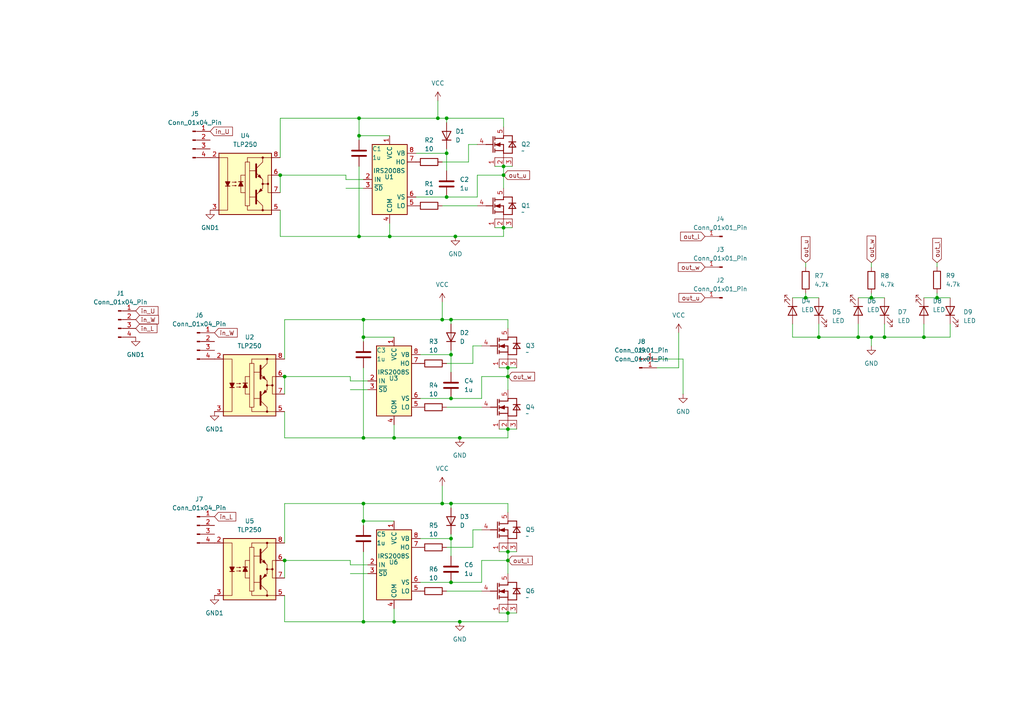
<source format=kicad_sch>
(kicad_sch (version 20250114) (generator "eeschema") (generator_version "9.0")
  (paper "A4")
  (lib_symbols
    (symbol "Connector:Conn_01x01_Pin" (pin_names (offset 1.016) (hide yes))
      (property "Reference" "J" (at 0 2.54 0))
      (property "Value" "Conn_01x01_Pin" (at 0 -2.54 0))
      (symbol "Conn_01x01_Pin_1_1"
        (rectangle (start 0.8636 0.127) (end 0 -0.127) (stroke (width 0.1524)) (fill (type outline)))
        (polyline (pts (xy 1.27 0) (xy 0.8636 0)) (stroke (width 0.1524)))
        (pin passive line (at 5.08 0 180) (length 3.81) (name "Pin_1") (number "1"))
      )
    )
    (symbol "Connector:Conn_01x04_Pin" (pin_names (offset 1.016) (hide yes))
      (property "Reference" "J" (at 0 5.08 0))
      (property "Value" "Conn_01x04_Pin" (at 0 -7.62 0))
      (symbol "Conn_01x04_Pin_1_1"
        (rectangle (start 0.8636 2.667) (end 0 2.413) (stroke (width 0.1524)) (fill (type outline)))
        (rectangle (start 0.8636 0.127) (end 0 -0.127) (stroke (width 0.1524)) (fill (type outline)))
        (rectangle (start 0.8636 -2.413) (end 0 -2.667) (stroke (width 0.1524)) (fill (type outline)))
        (rectangle (start 0.8636 -4.953) (end 0 -5.207) (stroke (width 0.1524)) (fill (type outline)))
        (polyline (pts (xy 1.27 2.54) (xy 0.8636 2.54)) (stroke (width 0.1524)))
        (polyline (pts (xy 1.27 0) (xy 0.8636 0)) (stroke (width 0.1524)))
        (polyline (pts (xy 1.27 -2.54) (xy 0.8636 -2.54)) (stroke (width 0.1524)))
        (polyline (pts (xy 1.27 -5.08) (xy 0.8636 -5.08)) (stroke (width 0.1524)))
        (pin passive line (at 5.08 2.54 180) (length 3.81) (name "Pin_1") (number "1"))
        (pin passive line (at 5.08 0 180) (length 3.81) (name "Pin_2") (number "2"))
        (pin passive line (at 5.08 -2.54 180) (length 3.81) (name "Pin_3") (number "3"))
        (pin passive line (at 5.08 -5.08 180) (length 3.81) (name "Pin_4") (number "4"))
      )
    )
    (symbol "Device:C" (pin_numbers (hide yes)) (pin_names (offset 0.254))
      (property "Reference" "C" (at 0.635 2.54 0))
      (property "Value" "C" (at 0.635 -2.54 0))
      (symbol "C_0_1"
        (polyline (pts (xy -2.032 0.762) (xy 2.032 0.762)) (stroke (width 0.508)))
        (polyline (pts (xy -2.032 -0.762) (xy 2.032 -0.762)) (stroke (width 0.508)))
      )
      (symbol "C_1_1"
        (pin passive line (at 0 3.81 270) (length 2.794) (name "~") (number "1"))
        (pin passive line (at 0 -3.81 90) (length 2.794) (name "~") (number "2"))
      )
    )
    (symbol "Device:D" (pin_numbers (hide yes)) (pin_names (offset 1.016) (hide yes))
      (property "Reference" "D" (at 0 2.54 0))
      (property "Value" "D" (at 0 -2.54 0))
      (symbol "D_0_1"
        (polyline (pts (xy -1.27 1.27) (xy -1.27 -1.27)) (stroke (width 0.254)))
        (polyline (pts (xy 1.27 1.27) (xy 1.27 -1.27) (xy -1.27 0) (xy 1.27 1.27)) (stroke (width 0.254)))
        (polyline (pts (xy 1.27 0) (xy -1.27 0)))
      )
      (symbol "D_1_1"
        (pin passive line (at -3.81 0 0) (length 2.54) (name "K") (number "1"))
        (pin passive line (at 3.81 0 180) (length 2.54) (name "A") (number "2"))
      )
    )
    (symbol "Device:LED" (pin_numbers (hide yes)) (pin_names (offset 1.016) (hide yes))
      (property "Reference" "D" (at 0 2.54 0))
      (property "Value" "LED" (at 0 -2.54 0))
      (symbol "LED_0_1"
        (polyline (pts (xy -3.048 -0.762) (xy -4.572 -2.286) (xy -3.81 -2.286) (xy -4.572 -2.286) (xy -4.572 -1.524)))
        (polyline (pts (xy -1.778 -0.762) (xy -3.302 -2.286) (xy -2.54 -2.286) (xy -3.302 -2.286) (xy -3.302 -1.524)))
        (polyline (pts (xy -1.27 0) (xy 1.27 0)))
        (polyline (pts (xy -1.27 -1.27) (xy -1.27 1.27)) (stroke (width 0.254)))
        (polyline (pts (xy 1.27 -1.27) (xy 1.27 1.27) (xy -1.27 0) (xy 1.27 -1.27)) (stroke (width 0.254)))
      )
      (symbol "LED_1_1"
        (pin passive line (at -3.81 0 0) (length 2.54) (name "K") (number "1"))
        (pin passive line (at 3.81 0 180) (length 2.54) (name "A") (number "2"))
      )
    )
    (symbol "Device:R" (pin_numbers (hide yes)) (pin_names (offset 0))
      (property "Reference" "R" (at 2.032 0 90))
      (property "Value" "R" (at 0 0 90))
      (symbol "R_0_1"
        (rectangle (start -1.016 -2.54) (end 1.016 2.54) (stroke (width 0.254)))
      )
      (symbol "R_1_1"
        (pin passive line (at 0 3.81 270) (length 1.27) (name "~") (number "1"))
        (pin passive line (at 0 -3.81 90) (length 1.27) (name "~") (number "2"))
      )
    )
    (symbol "Driver_FET:IRS2008S"
      (property "Reference" "U" (at 1.27 13.335 0))
      (property "Value" "IRS2008S" (at 1.27 11.43 0))
      (symbol "IRS2008S_0_1"
        (rectangle (start -5.08 -10.16) (end 5.08 10.16) (stroke (width 0.254)) (fill (type background)))
      )
      (symbol "IRS2008S_1_1"
        (pin input line (at -7.62 0 0) (length 2.54) (name "IN") (number "2"))
        (pin input line (at -7.62 -2.54 0) (length 2.54) (name "~{SD}") (number "3"))
        (pin power_in line (at 0 12.7 270) (length 2.54) (name "VCC") (number "1"))
        (pin power_in line (at 0 -12.7 90) (length 2.54) (name "COM") (number "4"))
        (pin passive line (at 7.62 7.62 180) (length 2.54) (name "VB") (number "8"))
        (pin output line (at 7.62 5.08 180) (length 2.54) (name "HO") (number "7"))
        (pin passive line (at 7.62 -5.08 180) (length 2.54) (name "VS") (number "6"))
        (pin output line (at 7.62 -7.62 180) (length 2.54) (name "LO") (number "5"))
      )
    )
    (symbol "Driver_FET:TLP250" (pin_names (hide yes))
      (property "Reference" "U" (at 0 12.7 0))
      (property "Value" "TLP250" (at 0 10.16 0))
      (symbol "TLP250_0_1"
        (rectangle (start -7.62 8.89) (end 7.62 -8.89) (stroke (width 0.254)) (fill (type background)))
        (polyline (pts (xy -7.62 7.62) (xy -5.08 7.62) (xy -5.08 -7.62) (xy -7.62 -7.62)))
        (polyline (pts (xy -5.715 -0.635) (xy -4.445 -0.635)) (stroke (width 0.254)))
        (polyline (pts (xy -5.08 -0.635) (xy -5.715 0.635) (xy -4.445 0.635) (xy -5.08 -0.635)) (stroke (width 0.254)) (fill (type outline)))
        (polyline (pts (xy -3.81 0.508) (xy -2.54 0.508) (xy -2.921 0.381) (xy -2.921 0.635) (xy -2.54 0.508)))
        (polyline (pts (xy -3.81 -0.508) (xy -2.54 -0.508) (xy -2.921 -0.635) (xy -2.921 -0.381) (xy -2.54 -0.508)))
        (polyline (pts (xy -1.27 0.635) (xy -1.27 2.54) (xy 0 2.54)))
        (polyline (pts (xy -1.27 0.635) (xy -0.635 -0.635) (xy -1.905 -0.635) (xy -1.27 0.635)) (stroke (width 0.254)) (fill (type outline)))
        (polyline (pts (xy -1.27 -0.635) (xy -1.27 -2.54) (xy 0 -2.54)))
        (polyline (pts (xy -0.635 0.635) (xy -1.905 0.635)) (stroke (width 0.254)))
        (rectangle (start 0.635 6.35) (end 0.635 7.62))
        (rectangle (start 0.635 6.35) (end 0.635 6.35))
        (polyline (pts (xy 0.635 -6.35) (xy 0.635 -7.62) (xy 7.62 -7.62)))
        (polyline (pts (xy 1.27 6.35) (xy 1.27 -6.35) (xy 0 -6.35) (xy 0 6.35) (xy 1.27 6.35)))
        (polyline (pts (xy 3.048 3.81) (xy 1.27 3.81)))
        (polyline (pts (xy 3.048 -3.81) (xy 1.27 -3.81)))
        (polyline (pts (xy 3.175 5.715) (xy 3.175 1.905) (xy 3.175 1.905)) (stroke (width 0.508)))
        (polyline (pts (xy 3.175 4.445) (xy 5.08 6.35)))
        (polyline (pts (xy 3.175 -4.445) (xy 5.08 -6.35)))
        (polyline (pts (xy 3.175 -5.715) (xy 3.175 -1.905) (xy 3.175 -1.905)) (stroke (width 0.508)))
        (polyline (pts (xy 3.683 2.159) (xy 4.191 2.667) (xy 4.699 1.651) (xy 3.683 2.159) (xy 3.683 2.159)) (fill (type outline)))
        (polyline (pts (xy 4.953 -1.905) (xy 4.445 -1.397) (xy 3.937 -2.413) (xy 4.953 -1.905) (xy 4.953 -1.905)) (fill (type outline)))
        (circle (center 5.08 7.62) (radius 0.254) (fill (type outline)))
        (polyline (pts (xy 5.08 6.35) (xy 5.08 7.62)))
        (polyline (pts (xy 5.08 1.27) (xy 3.175 3.175)) (fill (type outline)))
        (rectangle (start 5.08 1.27) (end 5.08 -1.27))
        (polyline (pts (xy 5.08 0) (xy 6.604 0)))
        (circle (center 5.08 0) (radius 0.254) (fill (type outline)))
        (polyline (pts (xy 5.08 -1.27) (xy 3.175 -3.175)) (fill (type outline)))
        (polyline (pts (xy 5.08 -6.35) (xy 5.08 -7.62)))
        (circle (center 5.08 -7.62) (radius 0.254) (fill (type outline)))
        (circle (center 6.604 0) (radius 0.254) (fill (type outline)))
        (polyline (pts (xy 7.62 7.62) (xy 0.635 7.62)))
        (polyline (pts (xy 7.62 2.54) (xy 6.604 2.54) (xy 6.604 -2.54) (xy 7.62 -2.54)))
      )
      (symbol "TLP250_1_1"
        (pin passive line (at -10.16 7.62 0) (length 2.54) (name "A") (number "2"))
        (pin passive line (at -10.16 -7.62 0) (length 2.54) (name "C") (number "3"))
        (pin no_connect line (at -7.62 2.54 0) (length 2.54) (hide yes) (name "NC") (number "1"))
        (pin no_connect line (at -7.62 -2.54 0) (length 2.54) (hide yes) (name "NC") (number "4"))
        (pin power_in line (at 10.16 7.62 180) (length 2.54) (name "VCC") (number "8"))
        (pin output line (at 10.16 2.54 180) (length 2.54) (name "VO") (number "6"))
        (pin output line (at 10.16 -2.54 180) (length 2.54) (name "VO") (number "7"))
        (pin power_in line (at 10.16 -7.62 180) (length 2.54) (name "VEE") (number "5"))
      )
    )
    (symbol "jisaku:RS6L120BGTB1"
      (property "Reference" "Q" (at 0 0 0))
      (symbol "RS6L120BGTB1_0_1"
        (polyline (pts (xy 0 -3.81) (xy 0 -2.54)))
        (polyline (pts (xy 2.54 -3.81) (xy -2.54 -3.81)))
      )
      (symbol "RS6L120BGTB1_1_0"
        (polyline (pts (xy -5.08 0) (xy -3.048 0)) (stroke (width 0.254)))
        (polyline (pts (xy -3.048 2.286) (xy -3.048 -2.286)) (stroke (width 0.254)))
        (polyline (pts (xy -2.54 2.286) (xy -2.54 1.27)) (stroke (width 0.254)))
        (polyline (pts (xy -2.54 0) (xy -1.016 -0.508) (xy -1.016 0.508)) (stroke (width 0.254)) (fill (type outline)))
        (polyline (pts (xy -2.54 -0.508) (xy -2.54 0.508)) (stroke (width 0.254)))
        (polyline (pts (xy -2.54 -2.286) (xy -2.54 -1.27)) (stroke (width 0.254)))
        (polyline (pts (xy 0 2.54) (xy 2.54 2.54)) (stroke (width 0.254)))
        (polyline (pts (xy 0 1.778) (xy -2.54 1.778)) (stroke (width 0.254)))
        (polyline (pts (xy 0 1.778) (xy 0 2.54)) (stroke (width 0.254)))
        (polyline (pts (xy 0 0) (xy -2.54 0)) (stroke (width 0.254)))
        (polyline (pts (xy 0 0) (xy 0 -2.54)) (stroke (width 0.254)))
        (polyline (pts (xy 0 -1.778) (xy -2.54 -1.778)) (stroke (width 0.254)))
        (polyline (pts (xy 0 -2.54) (xy 2.54 -2.54)) (stroke (width 0.254)))
        (polyline (pts (xy 1.524 0.762) (xy 3.556 0.762)) (stroke (width 0.254)))
        (polyline (pts (xy 1.524 -0.762) (xy 3.556 -0.762)) (stroke (width 0.254)))
        (polyline (pts (xy 2.54 2.54) (xy 2.54 -2.54)) (stroke (width 0.254)))
        (polyline (pts (xy 2.54 0.762) (xy 1.524 -0.762)) (stroke (width 0.254)))
        (polyline (pts (xy 3.556 -0.762) (xy 2.54 0.762)) (stroke (width 0.254)))
        (pin passive line (at -7.62 0 0) (length 2.54) (name "GATE") (number "4"))
        (pin passive line (at -2.54 -6.35 90) (length 2.54) (name "DRAIN") (number "1"))
        (pin passive line (at 0 5.08 270) (length 2.54) (name "DRAIN") (number "5"))
        (pin passive line (at 0 -6.35 90) (length 2.54) (name "DRAIN") (number "2"))
        (pin passive line (at 2.54 -6.35 90) (length 2.54) (name "DRAIN") (number "3"))
      )
    )
    (symbol "power:GND" (power) (pin_numbers (hide yes)) (pin_names (offset 0) (hide yes))
      (property "Value" "GND" (at 0 -3.81 0))
      (symbol "GND_0_1"
        (polyline (pts (xy 0 0) (xy 0 -1.27) (xy 1.27 -1.27) (xy 0 -2.54) (xy -1.27 -1.27) (xy 0 -1.27)))
      )
      (symbol "GND_1_1"
        (pin power_in line (at 0 0 270) (length 0) (name "~") (number "1"))
      )
    )
    (symbol "power:GND1" (power) (pin_numbers (hide yes)) (pin_names (offset 0) (hide yes))
      (property "Value" "GND1" (at 0 -3.81 0))
      (symbol "GND1_0_1"
        (polyline (pts (xy 0 0) (xy 0 -1.27) (xy 1.27 -1.27) (xy 0 -2.54) (xy -1.27 -1.27) (xy 0 -1.27)))
      )
      (symbol "GND1_1_1"
        (pin power_in line (at 0 0 270) (length 0) (name "~") (number "1"))
      )
    )
    (symbol "power:VCC" (power) (pin_numbers (hide yes)) (pin_names (offset 0) (hide yes))
      (property "Value" "VCC" (at 0 3.556 0))
      (symbol "VCC_0_1"
        (polyline (pts (xy -0.762 1.27) (xy 0 2.54)))
        (polyline (pts (xy 0 2.54) (xy 0.762 1.27)))
        (polyline (pts (xy 0 0) (xy 0 2.54)))
      )
      (symbol "VCC_1_1"
        (pin power_in line (at 0 0 90) (length 0) (name "~") (number "1"))
      )
    )
  )
  (junction (at 130.81 168.91))
  (junction (at 82.55 109.22))
  (junction (at 104.14 68.58))
  (junction (at 105.41 151.13))
  (junction (at 146.05 48.26))
  (junction (at 267.97 97.79))
  (junction (at 271.78 86.36))
  (junction (at 252.73 97.79))
  (junction (at 105.41 127))
  (junction (at 146.05 50.8))
  (junction (at 147.32 109.22))
  (junction (at 114.3 180.34))
  (junction (at 105.41 97.79))
  (junction (at 256.54 97.79))
  (junction (at 147.32 160.02))
  (junction (at 147.32 162.56))
  (junction (at 130.81 146.05))
  (junction (at 133.35 127))
  (junction (at 104.14 39.37))
  (junction (at 82.55 162.56))
  (junction (at 105.41 180.34))
  (junction (at 113.03 68.58))
  (junction (at 252.73 86.36))
  (junction (at 128.27 146.05))
  (junction (at 133.35 180.34))
  (junction (at 147.32 106.68))
  (junction (at 147.32 177.8))
  (junction (at 147.32 124.46))
  (junction (at 233.68 86.36))
  (junction (at 132.08 68.58))
  (junction (at 105.41 92.71))
  (junction (at 127 34.29))
  (junction (at 130.81 115.57))
  (junction (at 146.05 66.04))
  (junction (at 104.14 34.29))
  (junction (at 130.81 156.21))
  (junction (at 114.3 127))
  (junction (at 129.54 44.45))
  (junction (at 129.54 34.29))
  (junction (at 105.41 146.05))
  (junction (at 81.28 50.8))
  (junction (at 128.27 92.71))
  (junction (at 130.81 102.87))
  (junction (at 130.81 92.71))
  (junction (at 129.54 57.15))
  (junction (at 237.49 97.79))
  (junction (at 248.92 97.79))
  (wire (pts (xy 252.73 86.36) (xy 256.54 86.36)))
  (wire (pts (xy 147.32 124.46) (xy 147.32 127)))
  (wire (pts (xy 252.73 76.2) (xy 252.73 77.47)))
  (wire (pts (xy 147.32 177.8) (xy 149.86 177.8)))
  (wire (pts (xy 104.14 39.37) (xy 113.03 39.37)))
  (wire (pts (xy 137.16 153.67) (xy 139.7 153.67)))
  (wire (pts (xy 127 34.29) (xy 129.54 34.29)))
  (wire (pts (xy 101.6 110.49) (xy 106.68 110.49)))
  (wire (pts (xy 82.55 162.56) (xy 82.55 167.64)))
  (wire (pts (xy 104.14 34.29) (xy 127 34.29)))
  (wire (pts (xy 252.73 85.09) (xy 252.73 86.36)))
  (wire (pts (xy 147.32 160.02) (xy 147.32 162.56)))
  (wire (pts (xy 252.73 97.79) (xy 252.73 100.33)))
  (wire (pts (xy 144.78 106.68) (xy 147.32 106.68)))
  (wire (pts (xy 275.59 93.98) (xy 275.59 97.79)))
  (wire (pts (xy 130.81 156.21) (xy 130.81 161.29)))
  (wire (pts (xy 237.49 97.79) (xy 248.92 97.79)))
  (wire (pts (xy 130.81 147.32) (xy 130.81 146.05)))
  (wire (pts (xy 129.54 34.29) (xy 146.05 34.29)))
  (wire (pts (xy 271.78 86.36) (xy 275.59 86.36)))
  (wire (pts (xy 81.28 50.8) (xy 100.33 50.8)))
  (wire (pts (xy 105.41 180.34) (xy 114.3 180.34)))
  (wire (pts (xy 128.27 92.71) (xy 128.27 87.63)))
  (wire (pts (xy 104.14 68.58) (xy 113.03 68.58)))
  (wire (pts (xy 129.54 158.75) (xy 137.16 158.75)))
  (wire (pts (xy 128.27 92.71) (xy 130.81 92.71)))
  (wire (pts (xy 82.55 104.14) (xy 82.55 92.71)))
  (wire (pts (xy 100.33 52.07) (xy 105.41 52.07)))
  (wire (pts (xy 82.55 146.05) (xy 105.41 146.05)))
  (wire (pts (xy 144.78 160.02) (xy 147.32 160.02)))
  (wire (pts (xy 139.7 115.57) (xy 139.7 109.22)))
  (wire (pts (xy 146.05 68.58) (xy 132.08 68.58)))
  (wire (pts (xy 233.68 86.36) (xy 237.49 86.36)))
  (wire (pts (xy 190.5 104.14) (xy 198.12 104.14)))
  (wire (pts (xy 81.28 60.96) (xy 81.28 68.58)))
  (wire (pts (xy 100.33 54.61) (xy 105.41 54.61)))
  (wire (pts (xy 267.97 93.98) (xy 267.97 97.79)))
  (wire (pts (xy 137.16 100.33) (xy 137.16 105.41)))
  (wire (pts (xy 81.28 34.29) (xy 104.14 34.29)))
  (wire (pts (xy 147.32 106.68) (xy 149.86 106.68)))
  (wire (pts (xy 137.16 100.33) (xy 139.7 100.33)))
  (wire (pts (xy 105.41 97.79) (xy 105.41 99.06)))
  (wire (pts (xy 147.32 177.8) (xy 147.32 180.34)))
  (wire (pts (xy 104.14 39.37) (xy 104.14 40.64)))
  (wire (pts (xy 82.55 180.34) (xy 105.41 180.34)))
  (wire (pts (xy 81.28 68.58) (xy 104.14 68.58)))
  (wire (pts (xy 105.41 97.79) (xy 105.41 92.71)))
  (wire (pts (xy 128.27 46.99) (xy 135.89 46.99)))
  (wire (pts (xy 271.78 85.0192) (xy 271.78 86.36)))
  (wire (pts (xy 130.81 154.94) (xy 130.81 156.21)))
  (wire (pts (xy 105.41 151.13) (xy 105.41 146.05)))
  (wire (pts (xy 138.43 57.15) (xy 138.43 50.8)))
  (wire (pts (xy 114.3 127) (xy 114.3 123.19)))
  (wire (pts (xy 129.54 57.15) (xy 138.43 57.15)))
  (wire (pts (xy 105.41 160.02) (xy 105.41 180.34)))
  (wire (pts (xy 105.41 151.13) (xy 114.3 151.13)))
  (wire (pts (xy 133.35 127) (xy 114.3 127)))
  (wire (pts (xy 248.92 93.98) (xy 248.92 97.79)))
  (wire (pts (xy 130.81 115.57) (xy 139.7 115.57)))
  (wire (pts (xy 139.7 168.91) (xy 139.7 162.56)))
  (wire (pts (xy 248.92 97.79) (xy 252.73 97.79)))
  (wire (pts (xy 105.41 146.05) (xy 128.27 146.05)))
  (wire (pts (xy 128.27 146.05) (xy 128.27 140.97)))
  (wire (pts (xy 147.32 127) (xy 133.35 127)))
  (wire (pts (xy 121.92 102.87) (xy 130.81 102.87)))
  (wire (pts (xy 144.78 177.8) (xy 147.32 177.8)))
  (wire (pts (xy 132.08 68.58) (xy 113.03 68.58)))
  (wire (pts (xy 147.32 109.22) (xy 147.32 113.03)))
  (wire (pts (xy 127 34.29) (xy 127 29.21)))
  (wire (pts (xy 138.43 50.8) (xy 146.05 50.8)))
  (wire (pts (xy 146.05 48.26) (xy 148.59 48.26)))
  (wire (pts (xy 128.27 146.05) (xy 130.81 146.05)))
  (wire (pts (xy 81.28 50.8) (xy 81.28 55.88)))
  (wire (pts (xy 101.6 166.37) (xy 106.68 166.37)))
  (wire (pts (xy 137.16 153.67) (xy 137.16 158.75)))
  (wire (pts (xy 129.54 171.45) (xy 139.7 171.45)))
  (wire (pts (xy 233.68 76.2) (xy 233.68 77.47)))
  (wire (pts (xy 100.33 50.8) (xy 100.33 52.07)))
  (wire (pts (xy 129.54 44.45) (xy 129.54 49.53)))
  (wire (pts (xy 267.97 86.36) (xy 271.78 86.36)))
  (wire (pts (xy 146.05 48.26) (xy 146.05 50.8)))
  (wire (pts (xy 143.51 48.26) (xy 146.05 48.26)))
  (wire (pts (xy 104.14 39.37) (xy 104.14 34.29)))
  (wire (pts (xy 146.05 34.29) (xy 146.05 36.83)))
  (wire (pts (xy 139.7 109.22) (xy 147.32 109.22)))
  (wire (pts (xy 82.55 109.22) (xy 101.6 109.22)))
  (wire (pts (xy 198.12 104.14) (xy 198.12 114.3)))
  (wire (pts (xy 233.68 85.09) (xy 233.68 86.36)))
  (wire (pts (xy 113.03 68.58) (xy 113.03 64.77)))
  (wire (pts (xy 129.54 105.41) (xy 137.16 105.41)))
  (wire (pts (xy 147.32 92.71) (xy 147.32 95.25)))
  (wire (pts (xy 147.32 146.05) (xy 147.32 148.59)))
  (wire (pts (xy 256.54 97.79) (xy 252.73 97.79)))
  (wire (pts (xy 144.78 124.46) (xy 147.32 124.46)))
  (wire (pts (xy 121.92 115.57) (xy 130.81 115.57)))
  (wire (pts (xy 135.89 41.91) (xy 135.89 46.99)))
  (wire (pts (xy 271.78 76.2) (xy 271.78 77.3992)))
  (wire (pts (xy 101.6 109.22) (xy 101.6 110.49)))
  (wire (pts (xy 275.59 97.79) (xy 267.97 97.79)))
  (wire (pts (xy 101.6 162.56) (xy 101.6 163.83)))
  (wire (pts (xy 130.81 168.91) (xy 139.7 168.91)))
  (wire (pts (xy 146.05 50.8) (xy 146.05 54.61)))
  (wire (pts (xy 105.41 97.79) (xy 114.3 97.79)))
  (wire (pts (xy 104.14 48.26) (xy 104.14 68.58)))
  (wire (pts (xy 133.35 180.34) (xy 114.3 180.34)))
  (wire (pts (xy 267.97 97.79) (xy 256.54 97.79)))
  (wire (pts (xy 101.6 113.03) (xy 106.68 113.03)))
  (wire (pts (xy 129.54 35.56) (xy 129.54 34.29)))
  (wire (pts (xy 81.28 45.72) (xy 81.28 34.29)))
  (wire (pts (xy 82.55 162.56) (xy 101.6 162.56)))
  (wire (pts (xy 82.55 119.38) (xy 82.55 127)))
  (wire (pts (xy 229.87 93.98) (xy 229.87 97.79)))
  (wire (pts (xy 146.05 66.04) (xy 146.05 68.58)))
  (wire (pts (xy 130.81 102.87) (xy 130.81 107.95)))
  (wire (pts (xy 128.27 59.69) (xy 138.43 59.69)))
  (wire (pts (xy 135.89 41.91) (xy 138.43 41.91)))
  (wire (pts (xy 196.85 96.52) (xy 196.85 106.68)))
  (wire (pts (xy 105.41 106.68) (xy 105.41 127)))
  (wire (pts (xy 190.5 106.68) (xy 196.85 106.68)))
  (wire (pts (xy 101.6 163.83) (xy 106.68 163.83)))
  (wire (pts (xy 114.3 180.34) (xy 114.3 176.53)))
  (wire (pts (xy 105.41 151.13) (xy 105.41 152.4)))
  (wire (pts (xy 82.55 172.72) (xy 82.55 180.34)))
  (wire (pts (xy 82.55 127) (xy 105.41 127)))
  (wire (pts (xy 237.49 93.98) (xy 237.49 97.79)))
  (wire (pts (xy 120.65 44.45) (xy 129.54 44.45)))
  (wire (pts (xy 248.92 86.36) (xy 252.73 86.36)))
  (wire (pts (xy 130.81 92.71) (xy 147.32 92.71)))
  (wire (pts (xy 147.32 162.56) (xy 147.32 166.37)))
  (wire (pts (xy 147.32 160.02) (xy 149.86 160.02)))
  (wire (pts (xy 129.54 118.11) (xy 139.7 118.11)))
  (wire (pts (xy 139.7 162.56) (xy 147.32 162.56)))
  (wire (pts (xy 147.32 106.68) (xy 147.32 109.22)))
  (wire (pts (xy 120.65 57.15) (xy 129.54 57.15)))
  (wire (pts (xy 129.54 43.18) (xy 129.54 44.45)))
  (wire (pts (xy 130.81 101.6) (xy 130.81 102.87)))
  (wire (pts (xy 256.54 93.98) (xy 256.54 97.79)))
  (wire (pts (xy 229.87 97.79) (xy 237.49 97.79)))
  (wire (pts (xy 143.51 66.04) (xy 146.05 66.04)))
  (wire (pts (xy 121.92 168.91) (xy 130.81 168.91)))
  (wire (pts (xy 82.55 157.48) (xy 82.55 146.05)))
  (wire (pts (xy 130.81 93.98) (xy 130.81 92.71)))
  (wire (pts (xy 147.32 124.46) (xy 149.86 124.46)))
  (wire (pts (xy 82.55 92.71) (xy 105.41 92.71)))
  (wire (pts (xy 146.05 66.04) (xy 148.59 66.04)))
  (wire (pts (xy 229.87 86.36) (xy 233.68 86.36)))
  (wire (pts (xy 121.92 156.21) (xy 130.81 156.21)))
  (wire (pts (xy 147.32 180.34) (xy 133.35 180.34)))
  (wire (pts (xy 105.41 92.71) (xy 128.27 92.71)))
  (wire (pts (xy 82.55 109.22) (xy 82.55 114.3)))
  (wire (pts (xy 130.81 146.05) (xy 147.32 146.05)))
  (wire (pts (xy 105.41 127) (xy 114.3 127)))
  (global_label "in_U" (shape input) (at 39.37 90.17 0) (property "Intersheetrefs" "${INTERSHEET_REFS}" (effects (hide yes))))
  (global_label "out_u" (shape input) (at 204.47 86.36 180) (property "Intersheetrefs" "${INTERSHEET_REFS}" (effects (hide yes))))
  (global_label "in_U" (shape input) (at 60.96 38.1 0) (property "Intersheetrefs" "${INTERSHEET_REFS}" (effects (hide yes))))
  (global_label "out_l" (shape input) (at 147.32 162.56 0) (property "Intersheetrefs" "${INTERSHEET_REFS}" (effects (hide yes))))
  (global_label "out_u" (shape input) (at 146.05 50.8 0) (property "Intersheetrefs" "${INTERSHEET_REFS}" (effects (hide yes))))
  (global_label "in_L" (shape input) (at 62.23 149.86 0) (property "Intersheetrefs" "${INTERSHEET_REFS}" (effects (hide yes))))
  (global_label "in_L" (shape input) (at 39.37 95.25 0) (property "Intersheetrefs" "${INTERSHEET_REFS}" (effects (hide yes))))
  (global_label "out_w" (shape input) (at 147.32 109.22 0) (property "Intersheetrefs" "${INTERSHEET_REFS}" (effects (hide yes))))
  (global_label "out_l" (shape input) (at 204.47 68.58 180) (property "Intersheetrefs" "${INTERSHEET_REFS}" (effects (hide yes))))
  (global_label "out_w" (shape input) (at 204.47 77.47 180) (property "Intersheetrefs" "${INTERSHEET_REFS}" (effects (hide yes))))
  (global_label "in_W" (shape input) (at 39.37 92.71 0) (property "Intersheetrefs" "${INTERSHEET_REFS}" (effects (hide yes))))
  (global_label "out_u" (shape input) (at 233.68 76.2 90) (property "Intersheetrefs" "${INTERSHEET_REFS}" (effects (hide yes))))
  (global_label "in_W" (shape input) (at 62.23 96.52 0) (property "Intersheetrefs" "${INTERSHEET_REFS}" (effects (hide yes))))
  (global_label "out_w" (shape input) (at 252.73 76.2 90) (property "Intersheetrefs" "${INTERSHEET_REFS}" (effects (hide yes))))
  (global_label "out_l" (shape input) (at 271.78 76.2 90) (property "Intersheetrefs" "${INTERSHEET_REFS}" (effects (hide yes))))
  (symbol (lib_id "Device:LED") (at 267.97 90.17 270) (unit 1)
    (property "Reference" "D8" (at 270.51 87.3124 90) (effects (justify left)))
    (property "Value" "LED" (at 270.51 89.8524 90) (effects (justify left)))
    (property "Footprint" "LED_SMD:LED_0603_1608Metric" (effects (hide yes)))
    (property "Description" "Light emitting diode" (effects (hide yes)))
    (property "Sim.Pins" "1=K 2=A" (effects (hide yes)))
  )
  (symbol (lib_id "Connector:Conn_01x04_Pin") (at 34.29 92.71 0) (unit 1)
    (property "Reference" "J1" (at 34.925 85.09 0))
    (property "Value" "Conn_01x04_Pin" (at 34.925 87.63 0))
    (property "Footprint" "Connector_Molex:Molex_KK-254_AE-6410-04A_1x04_P2.54mm_Vertical" (effects (hide yes)))
    (property "Description" "Generic connector, single row, 01x04, script generated" (effects (hide yes)))
  )
  (symbol (lib_id "jisaku:RS6L120BGTB1") (at 146.05 59.69 0) (unit 1)
    (property "Reference" "Q1" (at 151.13 59.6264 0) (effects (justify left)))
    (property "Value" "~" (at 151.13 61.5315 0) (effects (justify left)))
    (property "Footprint" "jisaku:RS6L120BGTB1" (effects (hide yes)))
  )
  (symbol (lib_id "Device:C") (at 105.41 156.21 0) (unit 1)
    (property "Reference" "C5" (at 109.22 154.9399 0) (effects (justify left)))
    (property "Value" "1u" (at 109.22 157.4799 0) (effects (justify left)))
    (property "Footprint" "Capacitor_SMD:C_0603_1608Metric" (effects (hide yes)))
    (property "Description" "Unpolarized capacitor" (effects (hide yes)))
  )
  (symbol (lib_id "Device:C") (at 105.41 102.87 0) (unit 1)
    (property "Reference" "C3" (at 109.22 101.5999 0) (effects (justify left)))
    (property "Value" "1u" (at 109.22 104.1399 0) (effects (justify left)))
    (property "Footprint" "Capacitor_SMD:C_0603_1608Metric" (effects (hide yes)))
    (property "Description" "Unpolarized capacitor" (effects (hide yes)))
  )
  (symbol (lib_id "Connector:Conn_01x01_Pin") (at 209.55 68.58 180) (unit 1)
    (property "Reference" "J4" (at 208.915 63.5 0))
    (property "Value" "Conn_01x01_Pin" (at 208.915 66.04 0))
    (property "Footprint" "jisaku:bldc_connector" (effects (hide yes)))
    (property "Description" "Generic connector, single row, 01x01, script generated" (effects (hide yes)))
  )
  (symbol (lib_id "Device:R") (at 124.46 59.69 90) (unit 1)
    (property "Reference" "R1" (at 124.46 53.34 90))
    (property "Value" "10" (at 124.46 55.88 90))
    (property "Footprint" "Resistor_SMD:R_0603_1608Metric_Pad0.98x0.95mm_HandSolder" (effects (hide yes)))
    (property "Description" "Resistor" (effects (hide yes)))
  )
  (symbol (lib_id "Device:R") (at 125.73 105.41 90) (unit 1)
    (property "Reference" "R3" (at 125.73 99.06 90))
    (property "Value" "10" (at 125.73 101.6 90))
    (property "Footprint" "Resistor_SMD:R_0603_1608Metric_Pad0.98x0.95mm_HandSolder" (effects (hide yes)))
    (property "Description" "Resistor" (effects (hide yes)))
  )
  (symbol (lib_id "Device:R") (at 125.73 158.75 90) (unit 1)
    (property "Reference" "R5" (at 125.73 152.4 90))
    (property "Value" "10" (at 125.73 154.94 90))
    (property "Footprint" "Resistor_SMD:R_0603_1608Metric_Pad0.98x0.95mm_HandSolder" (effects (hide yes)))
    (property "Description" "Resistor" (effects (hide yes)))
  )
  (symbol (lib_id "Connector:Conn_01x01_Pin") (at 185.42 106.68 0) (unit 1)
    (property "Reference" "J9" (at 186.055 101.6 0))
    (property "Value" "Conn_01x01_Pin" (at 186.055 104.14 0))
    (property "Footprint" "jisaku:bldc_connector" (effects (hide yes)))
    (property "Description" "Generic connector, single row, 01x01, script generated" (effects (hide yes)))
  )
  (symbol (lib_id "Device:R") (at 125.73 118.11 90) (unit 1)
    (property "Reference" "R4" (at 125.73 111.76 90))
    (property "Value" "10" (at 125.73 114.3 90))
    (property "Footprint" "Resistor_SMD:R_0603_1608Metric_Pad0.98x0.95mm_HandSolder" (effects (hide yes)))
    (property "Description" "Resistor" (effects (hide yes)))
  )
  (symbol (lib_id "Device:LED") (at 248.92 90.17 270) (unit 1)
    (property "Reference" "D6" (at 251.46 87.3124 90) (effects (justify left)))
    (property "Value" "LED" (at 251.46 89.8524 90) (effects (justify left)))
    (property "Footprint" "LED_SMD:LED_0603_1608Metric" (effects (hide yes)))
    (property "Description" "Light emitting diode" (effects (hide yes)))
    (property "Sim.Pins" "1=K 2=A" (effects (hide yes)))
  )
  (symbol (lib_id "power:GND") (at 133.35 127 0) (unit 1)
    (property "Reference" "#PWR05" (effects (hide yes)))
    (property "Value" "GND" (at 133.35 132.08 0))
    (property "Description" "Power symbol creates a global label with name \"GND\" , ground" (effects (hide yes)))
  )
  (symbol (lib_id "Device:R") (at 271.78 81.2092 0) (unit 1)
    (property "Reference" "R9" (at 274.32 79.9391 0) (effects (justify left)))
    (property "Value" "4.7k" (at 274.32 82.4791 0) (effects (justify left)))
    (property "Footprint" "Resistor_SMD:R_0603_1608Metric_Pad0.98x0.95mm_HandSolder" (effects (hide yes)))
    (property "Description" "Resistor" (effects (hide yes)))
  )
  (symbol (lib_id "power:VCC") (at 128.27 87.63 0) (unit 1)
    (property "Reference" "#PWR04" (effects (hide yes)))
    (property "Value" "VCC" (at 128.27 82.55 0))
    (property "Description" "Power symbol creates a global label with name \"VCC\"" (effects (hide yes)))
  )
  (symbol (lib_id "Device:D") (at 129.54 39.37 90) (unit 1)
    (property "Reference" "D1" (at 132.08 38.0999 90) (effects (justify right)))
    (property "Value" "D" (at 132.08 40.6399 90) (effects (justify right)))
    (property "Footprint" "Diode_SMD:D_0603_1608Metric" (effects (hide yes)))
    (property "Description" "Diode" (effects (hide yes)))
    (property "Sim.Device" "D" (effects (hide yes)))
    (property "Sim.Pins" "1=K 2=A" (effects (hide yes)))
  )
  (symbol (lib_id "power:GND") (at 198.12 114.3 0) (unit 1)
    (property "Reference" "#PWR012" (effects (hide yes)))
    (property "Value" "GND" (at 198.12 119.38 0))
    (property "Description" "Power symbol creates a global label with name \"GND\" , ground" (effects (hide yes)))
  )
  (symbol (lib_id "Device:D") (at 130.81 151.13 90) (unit 1)
    (property "Reference" "D3" (at 133.35 149.8599 90) (effects (justify right)))
    (property "Value" "D" (at 133.35 152.3999 90) (effects (justify right)))
    (property "Footprint" "Diode_SMD:D_0603_1608Metric" (effects (hide yes)))
    (property "Description" "Diode" (effects (hide yes)))
    (property "Sim.Device" "D" (effects (hide yes)))
    (property "Sim.Pins" "1=K 2=A" (effects (hide yes)))
  )
  (symbol (lib_id "jisaku:RS6L120BGTB1") (at 147.32 118.11 0) (unit 1)
    (property "Reference" "Q4" (at 152.4 118.0464 0) (effects (justify left)))
    (property "Value" "~" (at 152.4 119.9515 0) (effects (justify left)))
    (property "Footprint" "jisaku:RS6L120BGTB1" (effects (hide yes)))
  )
  (symbol (lib_id "Device:R") (at 252.73 81.28 0) (unit 1)
    (property "Reference" "R8" (at 255.27 80.0099 0) (effects (justify left)))
    (property "Value" "4.7k" (at 255.27 82.5499 0) (effects (justify left)))
    (property "Footprint" "Resistor_SMD:R_0603_1608Metric_Pad0.98x0.95mm_HandSolder" (effects (hide yes)))
    (property "Description" "Resistor" (effects (hide yes)))
  )
  (symbol (lib_id "Driver_FET:IRS2008S") (at 114.3 163.83 0) (unit 1)
    (property "Reference" "U6" (at 112.776 163.068 0) (effects (justify left)))
    (property "Value" "IRS2008S" (at 109.474 161.29 0) (effects (justify left)))
    (property "Footprint" "Package_SO:SOIC-8_3.9x4.9mm_P1.27mm" (effects (hide yes)))
    (property "Datasheet" "https://www.infineon.com/dgdl/Infineon-IRS2008S-DS-v01_00-EN.pdf?fileId=5546d46259d9a4bf015a3e76b6361c1a" (effects (hide yes)))
    (property "Description" "200-V Half-Bridge Driver With Shutdown Input, 200V, 290/600mA, SOIC-8" (effects (hide yes)))
  )
  (symbol (lib_id "Connector:Conn_01x04_Pin") (at 55.88 40.64 0) (unit 1)
    (property "Reference" "J5" (at 56.515 33.02 0))
    (property "Value" "Conn_01x04_Pin" (at 56.515 35.56 0))
    (property "Footprint" "Connector_PinHeader_2.54mm:PinHeader_1x04_P2.54mm_Vertical" (effects (hide yes)))
    (property "Description" "Generic connector, single row, 01x04, script generated" (effects (hide yes)))
  )
  (symbol (lib_id "power:VCC") (at 128.27 140.97 0) (unit 1)
    (property "Reference" "#PWR07" (effects (hide yes)))
    (property "Value" "VCC" (at 128.27 135.89 0))
    (property "Description" "Power symbol creates a global label with name \"VCC\"" (effects (hide yes)))
  )
  (symbol (lib_id "jisaku:RS6L120BGTB1") (at 146.05 41.91 0) (unit 1)
    (property "Reference" "Q2" (at 151.13 41.8464 0) (effects (justify left)))
    (property "Value" "~" (at 151.13 43.7515 0) (effects (justify left)))
    (property "Footprint" "jisaku:RS6L120BGTB1" (effects (hide yes)))
  )
  (symbol (lib_id "Connector:Conn_01x01_Pin") (at 185.42 104.14 0) (unit 1)
    (property "Reference" "J8" (at 186.055 99.06 0))
    (property "Value" "Conn_01x01_Pin" (at 186.055 101.6 0))
    (property "Footprint" "jisaku:bldc_connector" (effects (hide yes)))
    (property "Description" "Generic connector, single row, 01x01, script generated" (effects (hide yes)))
  )
  (symbol (lib_id "Connector:Conn_01x04_Pin") (at 57.15 99.06 0) (unit 1)
    (property "Reference" "J6" (at 57.785 91.44 0))
    (property "Value" "Conn_01x04_Pin" (at 57.785 93.98 0))
    (property "Footprint" "Connector_PinHeader_2.54mm:PinHeader_1x04_P2.54mm_Vertical" (effects (hide yes)))
    (property "Description" "Generic connector, single row, 01x04, script generated" (effects (hide yes)))
  )
  (symbol (lib_id "power:GND") (at 133.35 180.34 0) (unit 1)
    (property "Reference" "#PWR09" (effects (hide yes)))
    (property "Value" "GND" (at 133.35 185.42 0))
    (property "Description" "Power symbol creates a global label with name \"GND\" , ground" (effects (hide yes)))
  )
  (symbol (lib_id "jisaku:RS6L120BGTB1") (at 147.32 100.33 0) (unit 1)
    (property "Reference" "Q3" (at 152.4 100.2664 0) (effects (justify left)))
    (property "Value" "~" (at 152.4 102.1715 0) (effects (justify left)))
    (property "Footprint" "jisaku:RS6L120BGTB1" (effects (hide yes)))
  )
  (symbol (lib_id "Device:LED") (at 275.59 90.17 90) (unit 1)
    (property "Reference" "D9" (at 279.4 90.4874 90) (effects (justify right)))
    (property "Value" "LED" (at 279.4 93.0274 90) (effects (justify right)))
    (property "Footprint" "LED_SMD:LED_0603_1608Metric" (effects (hide yes)))
    (property "Description" "Light emitting diode" (effects (hide yes)))
    (property "Sim.Pins" "1=K 2=A" (effects (hide yes)))
  )
  (symbol (lib_id "power:VCC") (at 127 29.21 0) (unit 1)
    (property "Reference" "#PWR02" (effects (hide yes)))
    (property "Value" "VCC" (at 127 24.13 0))
    (property "Description" "Power symbol creates a global label with name \"VCC\"" (effects (hide yes)))
  )
  (symbol (lib_id "Driver_FET:TLP250") (at 72.39 165.1 0) (unit 1)
    (property "Reference" "U5" (at 72.39 151.13 0))
    (property "Value" "TLP250" (at 72.39 153.67 0))
    (property "Footprint" "Package_DIP:DIP-8_W7.62mm" (effects (hide yes)))
    (property "Datasheet" "http://toshiba.semicon-storage.com/info/docget.jsp?did=16821&prodName=TLP250" (effects (hide yes)))
    (property "Description" "Gate Drive Optocoupler, Output Current 1.5/1.5A, DIP-8" (effects (hide yes)))
  )
  (symbol (lib_id "power:GND1") (at 62.23 119.38 0) (unit 1)
    (property "Reference" "#PWR03" (effects (hide yes)))
    (property "Value" "GND1" (at 62.23 124.46 0))
    (property "Description" "Power symbol creates a global label with name \"GND1\" , ground" (effects (hide yes)))
  )
  (symbol (lib_id "Device:D") (at 130.81 97.79 90) (unit 1)
    (property "Reference" "D2" (at 133.35 96.5199 90) (effects (justify right)))
    (property "Value" "D" (at 133.35 99.0599 90) (effects (justify right)))
    (property "Footprint" "Diode_SMD:D_0603_1608Metric" (effects (hide yes)))
    (property "Description" "Diode" (effects (hide yes)))
    (property "Sim.Device" "D" (effects (hide yes)))
    (property "Sim.Pins" "1=K 2=A" (effects (hide yes)))
  )
  (symbol (lib_id "Device:C") (at 104.14 44.45 0) (unit 1)
    (property "Reference" "C1" (at 107.95 43.1799 0) (effects (justify left)))
    (property "Value" "1u" (at 107.95 45.7199 0) (effects (justify left)))
    (property "Footprint" "Capacitor_SMD:C_0603_1608Metric" (effects (hide yes)))
    (property "Description" "Unpolarized capacitor" (effects (hide yes)))
  )
  (symbol (lib_id "Driver_FET:TLP250") (at 72.39 111.76 0) (unit 1)
    (property "Reference" "U2" (at 72.39 97.79 0))
    (property "Value" "TLP250" (at 72.39 100.33 0))
    (property "Footprint" "Package_DIP:DIP-8_W7.62mm" (effects (hide yes)))
    (property "Datasheet" "http://toshiba.semicon-storage.com/info/docget.jsp?did=16821&prodName=TLP250" (effects (hide yes)))
    (property "Description" "Gate Drive Optocoupler, Output Current 1.5/1.5A, DIP-8" (effects (hide yes)))
  )
  (symbol (lib_id "jisaku:RS6L120BGTB1") (at 147.32 153.67 0) (unit 1)
    (property "Reference" "Q5" (at 152.4 153.6064 0) (effects (justify left)))
    (property "Value" "~" (at 152.4 155.5115 0) (effects (justify left)))
    (property "Footprint" "jisaku:RS6L120BGTB1" (effects (hide yes)))
  )
  (symbol (lib_id "Device:R") (at 233.68 81.28 0) (unit 1)
    (property "Reference" "R7" (at 236.22 80.0099 0) (effects (justify left)))
    (property "Value" "4.7k" (at 236.22 82.5499 0) (effects (justify left)))
    (property "Footprint" "Resistor_SMD:R_0603_1608Metric_Pad0.98x0.95mm_HandSolder" (effects (hide yes)))
    (property "Description" "Resistor" (effects (hide yes)))
  )
  (symbol (lib_id "Device:R") (at 124.46 46.99 90) (unit 1)
    (property "Reference" "R2" (at 124.46 40.64 90))
    (property "Value" "10" (at 124.46 43.18 90))
    (property "Footprint" "Resistor_SMD:R_0603_1608Metric_Pad0.98x0.95mm_HandSolder" (effects (hide yes)))
    (property "Description" "Resistor" (effects (hide yes)))
  )
  (symbol (lib_id "Connector:Conn_01x04_Pin") (at 57.15 152.4 0) (unit 1)
    (property "Reference" "J7" (at 57.785 144.78 0))
    (property "Value" "Conn_01x04_Pin" (at 57.785 147.32 0))
    (property "Footprint" "Connector_PinHeader_2.54mm:PinHeader_1x04_P2.54mm_Vertical" (effects (hide yes)))
    (property "Description" "Generic connector, single row, 01x04, script generated" (effects (hide yes)))
  )
  (symbol (lib_id "power:GND1") (at 39.37 97.79 0) (unit 1)
    (property "Reference" "#PWR08" (effects (hide yes)))
    (property "Value" "GND1" (at 39.37 102.87 0))
    (property "Description" "Power symbol creates a global label with name \"GND1\" , ground" (effects (hide yes)))
  )
  (symbol (lib_id "Connector:Conn_01x01_Pin") (at 209.55 86.36 180) (unit 1)
    (property "Reference" "J2" (at 208.915 81.28 0))
    (property "Value" "Conn_01x01_Pin" (at 208.915 83.82 0))
    (property "Footprint" "jisaku:bldc_connector" (effects (hide yes)))
    (property "Description" "Generic connector, single row, 01x01, script generated" (effects (hide yes)))
  )
  (symbol (lib_id "Device:C") (at 130.81 111.76 0) (unit 1)
    (property "Reference" "C4" (at 134.62 110.4899 0) (effects (justify left)))
    (property "Value" "1u" (at 134.62 113.0299 0) (effects (justify left)))
    (property "Footprint" "Capacitor_SMD:C_0603_1608Metric" (effects (hide yes)))
    (property "Description" "Unpolarized capacitor" (effects (hide yes)))
  )
  (symbol (lib_id "power:VCC") (at 196.85 96.52 0) (unit 1)
    (property "Reference" "#PWR011" (effects (hide yes)))
    (property "Value" "VCC" (at 196.85 91.44 0))
    (property "Description" "Power symbol creates a global label with name \"VCC\"" (effects (hide yes)))
  )
  (symbol (lib_id "Device:LED") (at 256.54 90.17 90) (unit 1)
    (property "Reference" "D7" (at 260.35 90.4874 90) (effects (justify right)))
    (property "Value" "LED" (at 260.35 93.0274 90) (effects (justify right)))
    (property "Footprint" "LED_SMD:LED_0603_1608Metric" (effects (hide yes)))
    (property "Description" "Light emitting diode" (effects (hide yes)))
    (property "Sim.Pins" "1=K 2=A" (effects (hide yes)))
  )
  (symbol (lib_id "Connector:Conn_01x01_Pin") (at 209.55 77.47 180) (unit 1)
    (property "Reference" "J3" (at 208.915 72.39 0))
    (property "Value" "Conn_01x01_Pin" (at 208.915 74.93 0))
    (property "Footprint" "jisaku:bldc_connector" (effects (hide yes)))
    (property "Description" "Generic connector, single row, 01x01, script generated" (effects (hide yes)))
  )
  (symbol (lib_id "Device:C") (at 130.81 165.1 0) (unit 1)
    (property "Reference" "C6" (at 134.62 163.8299 0) (effects (justify left)))
    (property "Value" "1u" (at 134.62 166.3699 0) (effects (justify left)))
    (property "Footprint" "Capacitor_SMD:C_0603_1608Metric" (effects (hide yes)))
    (property "Description" "Unpolarized capacitor" (effects (hide yes)))
  )
  (symbol (lib_id "Device:R") (at 125.73 171.45 90) (unit 1)
    (property "Reference" "R6" (at 125.73 165.1 90))
    (property "Value" "10" (at 125.73 167.64 90))
    (property "Footprint" "Resistor_SMD:R_0603_1608Metric_Pad0.98x0.95mm_HandSolder" (effects (hide yes)))
    (property "Description" "Resistor" (effects (hide yes)))
  )
  (symbol (lib_id "power:GND1") (at 62.23 172.72 0) (unit 1)
    (property "Reference" "#PWR06" (effects (hide yes)))
    (property "Value" "GND1" (at 62.23 177.8 0))
    (property "Description" "Power symbol creates a global label with name \"GND1\" , ground" (effects (hide yes)))
  )
  (symbol (lib_id "Device:C") (at 129.54 53.34 0) (unit 1)
    (property "Reference" "C2" (at 133.35 52.0699 0) (effects (justify left)))
    (property "Value" "1u" (at 133.35 54.6099 0) (effects (justify left)))
    (property "Footprint" "Capacitor_SMD:C_0603_1608Metric" (effects (hide yes)))
    (property "Description" "Unpolarized capacitor" (effects (hide yes)))
  )
  (symbol (lib_id "Device:LED") (at 237.49 90.17 90) (unit 1)
    (property "Reference" "D5" (at 241.3 90.4874 90) (effects (justify right)))
    (property "Value" "LED" (at 241.3 93.0274 90) (effects (justify right)))
    (property "Footprint" "LED_SMD:LED_0603_1608Metric" (effects (hide yes)))
    (property "Description" "Light emitting diode" (effects (hide yes)))
    (property "Sim.Pins" "1=K 2=A" (effects (hide yes)))
  )
  (symbol (lib_id "power:GND") (at 252.73 100.33 0) (unit 1)
    (property "Reference" "#PWR013" (effects (hide yes)))
    (property "Value" "GND" (at 252.73 105.41 0))
    (property "Description" "Power symbol creates a global label with name \"GND\" , ground" (effects (hide yes)))
  )
  (symbol (lib_id "power:GND") (at 132.08 68.58 0) (unit 1)
    (property "Reference" "#PWR01" (effects (hide yes)))
    (property "Value" "GND" (at 132.08 73.66 0))
    (property "Description" "Power symbol creates a global label with name \"GND\" , ground" (effects (hide yes)))
  )
  (symbol (lib_id "Driver_FET:IRS2008S") (at 114.3 110.49 0) (unit 1)
    (property "Reference" "U3" (at 112.776 109.728 0) (effects (justify left)))
    (property "Value" "IRS2008S" (at 109.474 107.95 0) (effects (justify left)))
    (property "Footprint" "Package_SO:SOIC-8_3.9x4.9mm_P1.27mm" (effects (hide yes)))
    (property "Datasheet" "https://www.infineon.com/dgdl/Infineon-IRS2008S-DS-v01_00-EN.pdf?fileId=5546d46259d9a4bf015a3e76b6361c1a" (effects (hide yes)))
    (property "Description" "200-V Half-Bridge Driver With Shutdown Input, 200V, 290/600mA, SOIC-8" (effects (hide yes)))
  )
  (symbol (lib_id "Driver_FET:TLP250") (at 71.12 53.34 0) (unit 1)
    (property "Reference" "U4" (at 71.12 39.37 0))
    (property "Value" "TLP250" (at 71.12 41.91 0))
    (property "Footprint" "Package_DIP:DIP-8_W7.62mm" (effects (hide yes)))
    (property "Datasheet" "http://toshiba.semicon-storage.com/info/docget.jsp?did=16821&prodName=TLP250" (effects (hide yes)))
    (property "Description" "Gate Drive Optocoupler, Output Current 1.5/1.5A, DIP-8" (effects (hide yes)))
  )
  (symbol (lib_id "jisaku:RS6L120BGTB1") (at 147.32 171.45 0) (unit 1)
    (property "Reference" "Q6" (at 152.4 171.3864 0) (effects (justify left)))
    (property "Value" "~" (at 152.4 173.2915 0) (effects (justify left)))
    (property "Footprint" "jisaku:RS6L120BGTB1" (effects (hide yes)))
  )
  (symbol (lib_id "Driver_FET:IRS2008S") (at 113.03 52.07 0) (unit 1)
    (property "Reference" "U1" (at 111.506 51.308 0) (effects (justify left)))
    (property "Value" "IRS2008S" (at 108.204 49.53 0) (effects (justify left)))
    (property "Footprint" "Package_SO:SOIC-8_3.9x4.9mm_P1.27mm" (effects (hide yes)))
    (property "Datasheet" "https://www.infineon.com/dgdl/Infineon-IRS2008S-DS-v01_00-EN.pdf?fileId=5546d46259d9a4bf015a3e76b6361c1a" (effects (hide yes)))
    (property "Description" "200-V Half-Bridge Driver With Shutdown Input, 200V, 290/600mA, SOIC-8" (effects (hide yes)))
  )
  (symbol (lib_id "power:GND1") (at 60.96 60.96 0) (unit 1)
    (property "Reference" "#PWR010" (effects (hide yes)))
    (property "Value" "GND1" (at 60.96 66.04 0))
    (property "Description" "Power symbol creates a global label with name \"GND1\" , ground" (effects (hide yes)))
  )
  (symbol (lib_id "Device:LED") (at 229.87 90.17 270) (unit 1)
    (property "Reference" "D4" (at 232.41 87.3124 90) (effects (justify left)))
    (property "Value" "LED" (at 232.41 89.8524 90) (effects (justify left)))
    (property "Footprint" "LED_SMD:LED_0603_1608Metric" (effects (hide yes)))
    (property "Description" "Light emitting diode" (effects (hide yes)))
    (property "Sim.Pins" "1=K 2=A" (effects (hide yes)))
  )
)
</source>
